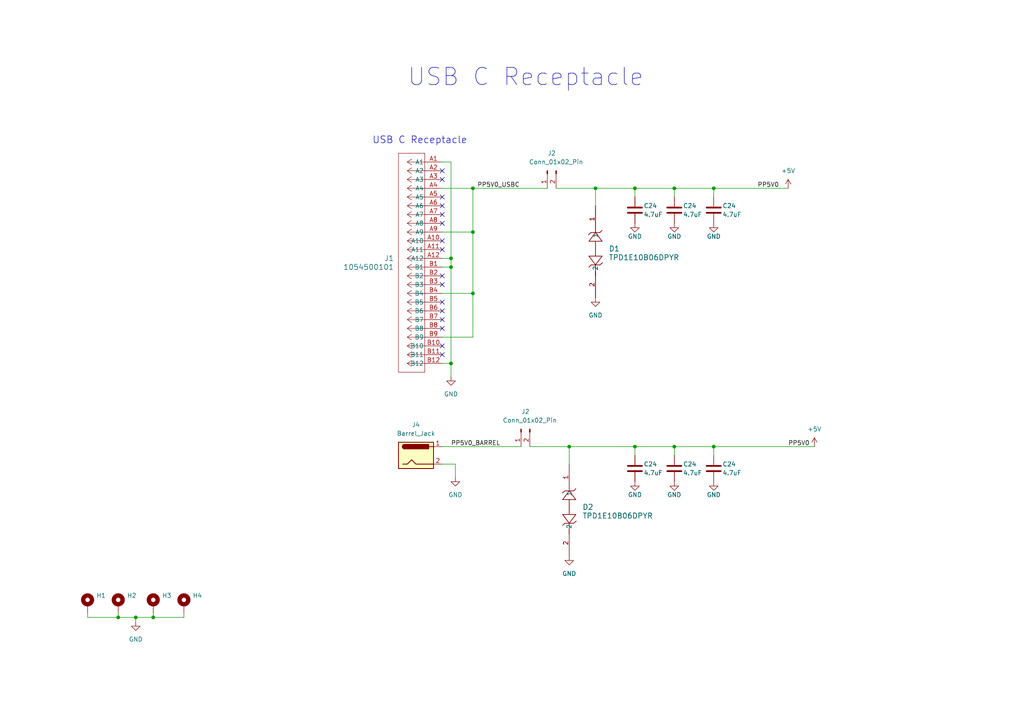
<source format=kicad_sch>
(kicad_sch (version 20230121) (generator eeschema)
  (paper "A4")
  (lib_symbols
    (symbol "1054500101:1054500101" (pin_names (offset 0.254))
      (property "Reference" "J" (at 8.89 6.35 0))
      (property "Value" "1054500101" (at 0 0 0))
      (symbol "1054500101_0_1"
        (polyline (pts (xy 5.08 -60.96) (xy 12.7 -60.96)) (stroke (width 0.127)))
        (polyline (pts (xy 5.08 2.54) (xy 5.08 -60.96)) (stroke (width 0.127)))
        (polyline (pts (xy 10.16 -58.42) (xy 5.08 -58.42)) (stroke (width 0.127)))
        (polyline (pts (xy 10.16 -58.42) (xy 8.89 -59.2667)) (stroke (width 0.127)))
        (polyline (pts (xy 10.16 -58.42) (xy 8.89 -57.5733)) (stroke (width 0.127)))
        (polyline (pts (xy 10.16 -55.88) (xy 5.08 -55.88)) (stroke (width 0.127)))
        (polyline (pts (xy 10.16 -55.88) (xy 8.89 -56.7267)) (stroke (width 0.127)))
        (polyline (pts (xy 10.16 -55.88) (xy 8.89 -55.0333)) (stroke (width 0.127)))
        (polyline (pts (xy 10.16 -53.34) (xy 5.08 -53.34)) (stroke (width 0.127)))
        (polyline (pts (xy 10.16 -53.34) (xy 8.89 -54.1867)) (stroke (width 0.127)))
        (polyline (pts (xy 10.16 -53.34) (xy 8.89 -52.4933)) (stroke (width 0.127)))
        (polyline (pts (xy 10.16 -50.8) (xy 5.08 -50.8)) (stroke (width 0.127)))
        (polyline (pts (xy 10.16 -50.8) (xy 8.89 -51.6467)) (stroke (width 0.127)))
        (polyline (pts (xy 10.16 -50.8) (xy 8.89 -49.9533)) (stroke (width 0.127)))
        (polyline (pts (xy 10.16 -48.26) (xy 5.08 -48.26)) (stroke (width 0.127)))
        (polyline (pts (xy 10.16 -48.26) (xy 8.89 -49.1067)) (stroke (width 0.127)))
        (polyline (pts (xy 10.16 -48.26) (xy 8.89 -47.4133)) (stroke (width 0.127)))
        (polyline (pts (xy 10.16 -45.72) (xy 5.08 -45.72)) (stroke (width 0.127)))
        (polyline (pts (xy 10.16 -45.72) (xy 8.89 -46.5667)) (stroke (width 0.127)))
        (polyline (pts (xy 10.16 -45.72) (xy 8.89 -44.8733)) (stroke (width 0.127)))
        (polyline (pts (xy 10.16 -43.18) (xy 5.08 -43.18)) (stroke (width 0.127)))
        (polyline (pts (xy 10.16 -43.18) (xy 8.89 -44.0267)) (stroke (width 0.127)))
        (polyline (pts (xy 10.16 -43.18) (xy 8.89 -42.3333)) (stroke (width 0.127)))
        (polyline (pts (xy 10.16 -40.64) (xy 5.08 -40.64)) (stroke (width 0.127)))
        (polyline (pts (xy 10.16 -40.64) (xy 8.89 -41.4867)) (stroke (width 0.127)))
        (polyline (pts (xy 10.16 -40.64) (xy 8.89 -39.7933)) (stroke (width 0.127)))
        (polyline (pts (xy 10.16 -38.1) (xy 5.08 -38.1)) (stroke (width 0.127)))
        (polyline (pts (xy 10.16 -38.1) (xy 8.89 -38.9467)) (stroke (width 0.127)))
        (polyline (pts (xy 10.16 -38.1) (xy 8.89 -37.2533)) (stroke (width 0.127)))
        (polyline (pts (xy 10.16 -35.56) (xy 5.08 -35.56)) (stroke (width 0.127)))
        (polyline (pts (xy 10.16 -35.56) (xy 8.89 -36.4067)) (stroke (width 0.127)))
        (polyline (pts (xy 10.16 -35.56) (xy 8.89 -34.7133)) (stroke (width 0.127)))
        (polyline (pts (xy 10.16 -33.02) (xy 5.08 -33.02)) (stroke (width 0.127)))
        (polyline (pts (xy 10.16 -33.02) (xy 8.89 -33.8667)) (stroke (width 0.127)))
        (polyline (pts (xy 10.16 -33.02) (xy 8.89 -32.1733)) (stroke (width 0.127)))
        (polyline (pts (xy 10.16 -30.48) (xy 5.08 -30.48)) (stroke (width 0.127)))
        (polyline (pts (xy 10.16 -30.48) (xy 8.89 -31.3267)) (stroke (width 0.127)))
        (polyline (pts (xy 10.16 -30.48) (xy 8.89 -29.6333)) (stroke (width 0.127)))
        (polyline (pts (xy 10.16 -27.94) (xy 5.08 -27.94)) (stroke (width 0.127)))
        (polyline (pts (xy 10.16 -27.94) (xy 8.89 -28.7867)) (stroke (width 0.127)))
        (polyline (pts (xy 10.16 -27.94) (xy 8.89 -27.0933)) (stroke (width 0.127)))
        (polyline (pts (xy 10.16 -25.4) (xy 5.08 -25.4)) (stroke (width 0.127)))
        (polyline (pts (xy 10.16 -25.4) (xy 8.89 -26.2467)) (stroke (width 0.127)))
        (polyline (pts (xy 10.16 -25.4) (xy 8.89 -24.5533)) (stroke (width 0.127)))
        (polyline (pts (xy 10.16 -22.86) (xy 5.08 -22.86)) (stroke (width 0.127)))
        (polyline (pts (xy 10.16 -22.86) (xy 8.89 -23.7067)) (stroke (width 0.127)))
        (polyline (pts (xy 10.16 -22.86) (xy 8.89 -22.0133)) (stroke (width 0.127)))
        (polyline (pts (xy 10.16 -20.32) (xy 5.08 -20.32)) (stroke (width 0.127)))
        (polyline (pts (xy 10.16 -20.32) (xy 8.89 -21.1667)) (stroke (width 0.127)))
        (polyline (pts (xy 10.16 -20.32) (xy 8.89 -19.4733)) (stroke (width 0.127)))
        (polyline (pts (xy 10.16 -17.78) (xy 5.08 -17.78)) (stroke (width 0.127)))
        (polyline (pts (xy 10.16 -17.78) (xy 8.89 -18.6267)) (stroke (width 0.127)))
        (polyline (pts (xy 10.16 -17.78) (xy 8.89 -16.9333)) (stroke (width 0.127)))
        (polyline (pts (xy 10.16 -15.24) (xy 5.08 -15.24)) (stroke (width 0.127)))
        (polyline (pts (xy 10.16 -15.24) (xy 8.89 -16.0867)) (stroke (width 0.127)))
        (polyline (pts (xy 10.16 -15.24) (xy 8.89 -14.3933)) (stroke (width 0.127)))
        (polyline (pts (xy 10.16 -12.7) (xy 5.08 -12.7)) (stroke (width 0.127)))
        (polyline (pts (xy 10.16 -12.7) (xy 8.89 -13.5467)) (stroke (width 0.127)))
        (polyline (pts (xy 10.16 -12.7) (xy 8.89 -11.8533)) (stroke (width 0.127)))
        (polyline (pts (xy 10.16 -10.16) (xy 5.08 -10.16)) (stroke (width 0.127)))
        (polyline (pts (xy 10.16 -10.16) (xy 8.89 -11.0067)) (stroke (width 0.127)))
        (polyline (pts (xy 10.16 -10.16) (xy 8.89 -9.3133)) (stroke (width 0.127)))
        (polyline (pts (xy 10.16 -7.62) (xy 5.08 -7.62)) (stroke (width 0.127)))
        (polyline (pts (xy 10.16 -7.62) (xy 8.89 -8.4667)) (stroke (width 0.127)))
        (polyline (pts (xy 10.16 -7.62) (xy 8.89 -6.7733)) (stroke (width 0.127)))
        (polyline (pts (xy 10.16 -5.08) (xy 5.08 -5.08)) (stroke (width 0.127)))
        (polyline (pts (xy 10.16 -5.08) (xy 8.89 -5.9267)) (stroke (width 0.127)))
        (polyline (pts (xy 10.16 -5.08) (xy 8.89 -4.2333)) (stroke (width 0.127)))
        (polyline (pts (xy 10.16 -2.54) (xy 5.08 -2.54)) (stroke (width 0.127)))
        (polyline (pts (xy 10.16 -2.54) (xy 8.89 -3.3867)) (stroke (width 0.127)))
        (polyline (pts (xy 10.16 -2.54) (xy 8.89 -1.6933)) (stroke (width 0.127)))
        (polyline (pts (xy 10.16 0) (xy 5.08 0)) (stroke (width 0.127)))
        (polyline (pts (xy 10.16 0) (xy 8.89 -0.8467)) (stroke (width 0.127)))
        (polyline (pts (xy 10.16 0) (xy 8.89 0.8467)) (stroke (width 0.127)))
        (polyline (pts (xy 12.7 -60.96) (xy 12.7 2.54)) (stroke (width 0.127)))
        (polyline (pts (xy 12.7 2.54) (xy 5.08 2.54)) (stroke (width 0.127)))
        (pin unspecified line (at 0 0 0) (length 5.08) (name "A1") (number "A1"))
        (pin unspecified line (at 0 -22.86 0) (length 5.08) (name "A10") (number "A10"))
        (pin unspecified line (at 0 -25.4 0) (length 5.08) (name "A11") (number "A11"))
        (pin unspecified line (at 0 -27.94 0) (length 5.08) (name "A12") (number "A12"))
        (pin unspecified line (at 0 -2.54 0) (length 5.08) (name "A2") (number "A2"))
        (pin unspecified line (at 0 -5.08 0) (length 5.08) (name "A3") (number "A3"))
        (pin unspecified line (at 0 -7.62 0) (length 5.08) (name "A4") (number "A4"))
        (pin unspecified line (at 0 -10.16 0) (length 5.08) (name "A5") (number "A5"))
        (pin unspecified line (at 0 -12.7 0) (length 5.08) (name "A6") (number "A6"))
        (pin unspecified line (at 0 -15.24 0) (length 5.08) (name "A7") (number "A7"))
        (pin unspecified line (at 0 -17.78 0) (length 5.08) (name "A8") (number "A8"))
        (pin unspecified line (at 0 -20.32 0) (length 5.08) (name "A9") (number "A9"))
        (pin unspecified line (at 0 -30.48 0) (length 5.08) (name "B1") (number "B1"))
        (pin unspecified line (at 0 -53.34 0) (length 5.08) (name "B10") (number "B10"))
        (pin unspecified line (at 0 -55.88 0) (length 5.08) (name "B11") (number "B11"))
        (pin unspecified line (at 0 -58.42 0) (length 5.08) (name "B12") (number "B12"))
        (pin unspecified line (at 0 -33.02 0) (length 5.08) (name "B2") (number "B2"))
        (pin unspecified line (at 0 -35.56 0) (length 5.08) (name "B3") (number "B3"))
        (pin unspecified line (at 0 -38.1 0) (length 5.08) (name "B4") (number "B4"))
        (pin unspecified line (at 0 -40.64 0) (length 5.08) (name "B5") (number "B5"))
        (pin unspecified line (at 0 -43.18 0) (length 5.08) (name "B6") (number "B6"))
        (pin unspecified line (at 0 -45.72 0) (length 5.08) (name "B7") (number "B7"))
        (pin unspecified line (at 0 -48.26 0) (length 5.08) (name "B8") (number "B8"))
        (pin unspecified line (at 0 -50.8 0) (length 5.08) (name "B9") (number "B9"))
      )
    )
    (symbol "Connector:Barrel_Jack" (pin_names (offset 1.016))
      (property "Reference" "J" (at 0 5.334 0))
      (property "Value" "Barrel_Jack" (at 0 -5.08 0))
      (symbol "Barrel_Jack_0_1"
        (rectangle (start -5.08 3.81) (end 5.08 -3.81) (stroke (width 0.254)) (fill (type background)))
        (arc (start -3.302 3.175) (mid -3.9343 2.54) (end -3.302 1.905) (stroke (width 0.254)))
        (arc (start -3.302 3.175) (mid -3.9343 2.54) (end -3.302 1.905) (stroke (width 0.254)) (fill (type outline)))
        (polyline (pts (xy 5.08 2.54) (xy 3.81 2.54)) (stroke (width 0.254)))
        (polyline (pts (xy -3.81 -2.54) (xy -2.54 -2.54) (xy -1.27 -1.27) (xy 0 -2.54) (xy 2.54 -2.54) (xy 5.08 -2.54)) (stroke (width 0.254)))
        (rectangle (start 3.683 3.175) (end -3.302 1.905) (stroke (width 0.254)) (fill (type outline)))
      )
      (symbol "Barrel_Jack_1_1"
        (pin passive line (at 7.62 2.54 180) (length 2.54) (name "~") (number "1"))
        (pin passive line (at 7.62 -2.54 180) (length 2.54) (name "~") (number "2"))
      )
    )
    (symbol "Connector:Conn_01x02_Pin" (pin_names (offset 1.016) hide)
      (property "Reference" "J" (at 0 2.54 0))
      (property "Value" "Conn_01x02_Pin" (at 0 -5.08 0))
      (symbol "Conn_01x02_Pin_1_1"
        (polyline (pts (xy 1.27 -2.54) (xy 0.8636 -2.54)) (stroke (width 0.1524)))
        (polyline (pts (xy 1.27 0) (xy 0.8636 0)) (stroke (width 0.1524)))
        (rectangle (start 0.8636 -2.413) (end 0 -2.667) (stroke (width 0.1524)) (fill (type outline)))
        (rectangle (start 0.8636 0.127) (end 0 -0.127) (stroke (width 0.1524)) (fill (type outline)))
        (pin passive line (at 5.08 0 180) (length 3.81) (name "Pin_1") (number "1"))
        (pin passive line (at 5.08 -2.54 180) (length 3.81) (name "Pin_2") (number "2"))
      )
    )
    (symbol "Device:C" (pin_numbers hide) (pin_names (offset 0.254))
      (property "Reference" "C" (at 0.635 2.54 0))
      (property "Value" "C" (at 0.635 -2.54 0))
      (symbol "C_0_1"
        (polyline (pts (xy -2.032 -0.762) (xy 2.032 -0.762)) (stroke (width 0.508)))
        (polyline (pts (xy -2.032 0.762) (xy 2.032 0.762)) (stroke (width 0.508)))
      )
      (symbol "C_1_1"
        (pin passive line (at 0 3.81 270) (length 2.794) (name "~") (number "1"))
        (pin passive line (at 0 -3.81 90) (length 2.794) (name "~") (number "2"))
      )
    )
    (symbol "Mechanical:MountingHole_Pad" (pin_numbers hide) (pin_names (offset 1.016) hide)
      (property "Reference" "H" (at 0 6.35 0))
      (property "Value" "MountingHole_Pad" (at 0 4.445 0))
      (symbol "MountingHole_Pad_0_1"
        (circle (center 0 1.27) (radius 1.27) (stroke (width 1.27)))
      )
      (symbol "MountingHole_Pad_1_1"
        (pin input line (at 0 -2.54 90) (length 2.54) (name "1") (number "1"))
      )
    )
    (symbol "TPD1E10B06DPYR:TPD1E10B06DPYR" (pin_names (offset 0.254))
      (property "Value" "TPD1E10B06DPYR" (at 15.24 6.35 0))
      (symbol "TPD1E10B06DPYR_0_1"
        (polyline (pts (xy 9.652 1.905) (xy 10.287 1.27)) (stroke (width 0.2032)))
        (polyline (pts (xy 10.287 0) (xy 12.827 -1.905)) (stroke (width 0.2032)))
        (polyline (pts (xy 10.287 1.27) (xy 10.287 -1.27)) (stroke (width 0.2032)))
        (polyline (pts (xy 10.922 -2.032) (xy 10.287 -1.27)) (stroke (width 0.2032)))
        (polyline (pts (xy 12.827 -1.905) (xy 12.827 1.905)) (stroke (width 0.2032)))
        (polyline (pts (xy 12.827 1.905) (xy 10.287 0)) (stroke (width 0.2032)))
        (polyline (pts (xy 17.018 0) (xy 12.827 0)) (stroke (width 0.2032)))
        (polyline (pts (xy 17.145 -1.905) (xy 19.685 0)) (stroke (width 0.2032)))
        (polyline (pts (xy 17.145 1.905) (xy 17.145 -1.905)) (stroke (width 0.2032)))
        (polyline (pts (xy 19.05 2.032) (xy 19.685 1.27)) (stroke (width 0.2032)))
        (polyline (pts (xy 19.685 -1.27) (xy 19.685 1.27)) (stroke (width 0.2032)))
        (polyline (pts (xy 19.685 0) (xy 17.145 1.905)) (stroke (width 0.2032)))
        (polyline (pts (xy 19.685 0) (xy 22.86 0)) (stroke (width 0.2032)))
        (polyline (pts (xy 20.32 -1.905) (xy 19.685 -1.27)) (stroke (width 0.2032)))
        (pin unspecified line (at 2.54 0 0) (length 7.62) (name "1") (number "1"))
        (pin unspecified line (at 29.21 0 180) (length 7.62) (name "2") (number "2"))
      )
    )
    (symbol "power:+5V" (power) (pin_names (offset 0))
      (property "Value" "+5V" (at 0 3.556 0))
      (symbol "+5V_0_1"
        (polyline (pts (xy -0.762 1.27) (xy 0 2.54)))
        (polyline (pts (xy 0 0) (xy 0 2.54)))
        (polyline (pts (xy 0 2.54) (xy 0.762 1.27)))
      )
      (symbol "+5V_1_1"
        (pin power_in line (at 0 0 90) (length 0) hide (name "+5V") (number "1"))
      )
    )
    (symbol "power:GND" (power) (pin_names (offset 0))
      (property "Value" "GND" (at 0 -3.81 0))
      (symbol "GND_0_1"
        (polyline (pts (xy 0 0) (xy 0 -1.27) (xy 1.27 -1.27) (xy 0 -2.54) (xy -1.27 -1.27) (xy 0 -1.27)))
      )
      (symbol "GND_1_1"
        (pin power_in line (at 0 0 270) (length 0) hide (name "GND") (number "1"))
      )
    )
  )
  (junction (at 195.58 129.54))
  (junction (at 172.72 54.61))
  (junction (at 137.16 67.31))
  (junction (at 207.01 54.61))
  (junction (at 207.01 129.54))
  (junction (at 184.15 129.54))
  (junction (at 39.37 179.07))
  (junction (at 195.58 54.61))
  (junction (at 44.45 179.07))
  (junction (at 130.81 74.93))
  (junction (at 165.1 129.54))
  (junction (at 34.29 179.07))
  (junction (at 130.81 77.47))
  (junction (at 184.15 54.61))
  (junction (at 130.81 105.41))
  (junction (at 137.16 54.61))
  (junction (at 137.16 85.09))
  (no_connect (at 128.27 52.07))
  (no_connect (at 128.27 49.53))
  (no_connect (at 128.27 57.15))
  (no_connect (at 128.27 102.87))
  (no_connect (at 128.27 59.69))
  (no_connect (at 128.27 92.71))
  (no_connect (at 128.27 82.55))
  (no_connect (at 128.27 69.85))
  (no_connect (at 128.27 100.33))
  (no_connect (at 128.27 80.01))
  (no_connect (at 128.27 62.23))
  (no_connect (at 128.27 90.17))
  (no_connect (at 128.27 64.77))
  (no_connect (at 128.27 87.63))
  (no_connect (at 128.27 95.25))
  (no_connect (at 128.27 72.39))
  (wire (pts (xy 161.29 54.61) (xy 172.72 54.61)))
  (wire (pts (xy 130.81 74.93) (xy 130.81 46.99)))
  (wire (pts (xy 137.16 67.31) (xy 128.27 67.31)))
  (wire (pts (xy 130.81 105.41) (xy 128.27 105.41)))
  (wire (pts (xy 172.72 54.61) (xy 172.72 59.69)))
  (wire (pts (xy 53.34 177.8) (xy 53.34 179.07)))
  (wire (pts (xy 132.08 138.43) (xy 132.08 134.62)))
  (wire (pts (xy 130.81 77.47) (xy 130.81 74.93)))
  (wire (pts (xy 153.67 129.54) (xy 165.1 129.54)))
  (wire (pts (xy 207.01 129.54) (xy 207.01 132.08)))
  (wire (pts (xy 137.16 54.61) (xy 137.16 67.31)))
  (wire (pts (xy 195.58 129.54) (xy 207.01 129.54)))
  (wire (pts (xy 44.45 177.8) (xy 44.45 179.07)))
  (wire (pts (xy 184.15 129.54) (xy 184.15 132.08)))
  (wire (pts (xy 165.1 129.54) (xy 165.1 134.62)))
  (wire (pts (xy 184.15 129.54) (xy 195.58 129.54)))
  (wire (pts (xy 39.37 179.07) (xy 39.37 180.34)))
  (wire (pts (xy 39.37 179.07) (xy 44.45 179.07)))
  (wire (pts (xy 34.29 177.8) (xy 34.29 179.07)))
  (wire (pts (xy 130.81 46.99) (xy 128.27 46.99)))
  (wire (pts (xy 195.58 54.61) (xy 195.58 57.15)))
  (wire (pts (xy 195.58 129.54) (xy 195.58 132.08)))
  (wire (pts (xy 207.01 54.61) (xy 228.6 54.61)))
  (wire (pts (xy 165.1 129.54) (xy 184.15 129.54)))
  (wire (pts (xy 172.72 54.61) (xy 184.15 54.61)))
  (wire (pts (xy 128.27 54.61) (xy 137.16 54.61)))
  (wire (pts (xy 137.16 85.09) (xy 137.16 97.79)))
  (wire (pts (xy 137.16 54.61) (xy 158.75 54.61)))
  (wire (pts (xy 137.16 67.31) (xy 137.16 85.09)))
  (wire (pts (xy 207.01 129.54) (xy 236.22 129.54)))
  (wire (pts (xy 137.16 85.09) (xy 128.27 85.09)))
  (wire (pts (xy 34.29 179.07) (xy 25.4 179.07)))
  (wire (pts (xy 207.01 54.61) (xy 207.01 57.15)))
  (wire (pts (xy 25.4 179.07) (xy 25.4 177.8)))
  (wire (pts (xy 184.15 54.61) (xy 184.15 57.15)))
  (wire (pts (xy 184.15 54.61) (xy 195.58 54.61)))
  (wire (pts (xy 39.37 179.07) (xy 34.29 179.07)))
  (wire (pts (xy 53.34 179.07) (xy 44.45 179.07)))
  (wire (pts (xy 130.81 74.93) (xy 128.27 74.93)))
  (wire (pts (xy 130.81 77.47) (xy 128.27 77.47)))
  (wire (pts (xy 130.81 109.22) (xy 130.81 105.41)))
  (wire (pts (xy 130.81 105.41) (xy 130.81 77.47)))
  (wire (pts (xy 128.27 134.62) (xy 132.08 134.62)))
  (wire (pts (xy 137.16 97.79) (xy 128.27 97.79)))
  (wire (pts (xy 128.27 129.54) (xy 151.13 129.54)))
  (wire (pts (xy 195.58 54.61) (xy 207.01 54.61)))
  (text "USB C Receptacle" (at 107.95 41.91 0) (effects (font (size 2 2)) (justify left bottom)))
  (text "USB C Receptacle" (at 118.11 25.4 0) (effects (font (size 5 5)) (justify left bottom)))
  (label "PP5V0" (at 228.6 129.54 0))
  (label "PP5V0_BARREL" (at 130.81 129.54 0))
  (label "PP5V0" (at 219.71 54.61 0))
  (label "PP5V0_USBC" (at 138.43 54.61 0))
  (symbol (lib_id "power:+5V") (at 228.6 54.61 0) (unit 1)
    (property "Reference" "#PWR021" (effects hide))
    (property "Value" "+5V" (at 228.6 49.53 0))
    (instances (project "fydp" (path "" (reference "#PWR021") (unit 1)) (path "" (reference "#PWR01") (unit 1))))
  )
  (symbol (lib_id "Mechanical:MountingHole_Pad") (at 34.29 175.26 0) (unit 1)
    (property "Reference" "H2" (at 36.83 172.72 0) (effects (justify left)))
    (property "Value" "MountingHole_Pad" (effects hide))
    (property "Footprint" "MountingHole:MountingHole_2.2mm_M2_Pad_TopBottom" (effects hide))
  )
  (symbol (lib_id "Device:C") (at 195.58 135.89 0) (unit 1)
    (property "Reference" "C24" (at 198.12 134.62 0) (effects (justify left)))
    (property "Value" "4.7uF" (at 198.12 137.16 0) (effects (justify left)))
    (property "Footprint" "Capacitor_SMD:C_0805_2012Metric" (effects hide))
    (instances (project "fydp" (path "" (reference "C24") (unit 1)) (path "" (reference "C72") (unit 1)) (path "" (reference "C144") (unit 1)) (path "" (reference "C168") (unit 1)) (path "" (reference "C24") (unit 1)) (path "" (reference "C5") (unit 1))))
  )
  (symbol (lib_id "power:GND") (at 165.1 161.29 0) (unit 1)
    (property "Reference" "#PWR012" (effects hide))
    (property "Value" "GND" (at 165.1 166.37 0))
  )
  (symbol (lib_id "power:GND") (at 172.72 86.36 0) (unit 1)
    (property "Reference" "#PWR05" (effects hide))
    (property "Value" "GND" (at 172.72 91.44 0))
  )
  (symbol (lib_id "power:GND") (at 184.15 139.7 0) (unit 1)
    (property "Reference" "#PWR036" (effects hide))
    (property "Value" "GND" (at 184.15 143.51 0))
    (instances (project "fydp" (path "" (reference "#PWR036") (unit 1)) (path "" (reference "#PWR0108") (unit 1)) (path "" (reference "#PWR0216") (unit 1)) (path "" (reference "#PWR0252") (unit 1)) (path "" (reference "#PWR036") (unit 1)) (path "" (reference "#PWR09") (unit 1))))
  )
  (symbol (lib_id "Device:C") (at 207.01 135.89 0) (unit 1)
    (property "Reference" "C24" (at 209.55 134.62 0) (effects (justify left)))
    (property "Value" "4.7uF" (at 209.55 137.16 0) (effects (justify left)))
    (property "Footprint" "Capacitor_SMD:C_0805_2012Metric" (effects hide))
    (instances (project "fydp" (path "" (reference "C24") (unit 1)) (path "" (reference "C72") (unit 1)) (path "" (reference "C144") (unit 1)) (path "" (reference "C168") (unit 1)) (path "" (reference "C24") (unit 1)) (path "" (reference "C6") (unit 1))))
  )
  (symbol (lib_id "Device:C") (at 195.58 60.96 0) (unit 1)
    (property "Reference" "C24" (at 198.12 59.69 0) (effects (justify left)))
    (property "Value" "4.7uF" (at 198.12 62.23 0) (effects (justify left)))
    (property "Footprint" "Capacitor_SMD:C_0805_2012Metric" (effects hide))
    (instances (project "fydp" (path "" (reference "C24") (unit 1)) (path "" (reference "C72") (unit 1)) (path "" (reference "C144") (unit 1)) (path "" (reference "C168") (unit 1)) (path "" (reference "C24") (unit 1)) (path "" (reference "C2") (unit 1))))
  )
  (symbol (lib_id "power:GND") (at 39.37 180.34 0) (unit 1)
    (property "Reference" "#PWR0201" (effects hide))
    (property "Value" "GND" (at 39.37 185.42 0))
  )
  (symbol (lib_id "power:GND") (at 184.15 64.77 0) (unit 1)
    (property "Reference" "#PWR036" (effects hide))
    (property "Value" "GND" (at 184.15 68.58 0))
    (instances (project "fydp" (path "" (reference "#PWR036") (unit 1)) (path "" (reference "#PWR0108") (unit 1)) (path "" (reference "#PWR0216") (unit 1)) (path "" (reference "#PWR0252") (unit 1)) (path "" (reference "#PWR036") (unit 1)) (path "" (reference "#PWR02") (unit 1))))
  )
  (symbol (lib_id "Connector:Conn_01x02_Pin") (at 158.75 49.53 90) (mirror x) (unit 1)
    (property "Reference" "J2" (at 160.02 44.45 90))
    (property "Value" "Conn_01x02_Pin" (at 161.29 46.99 90))
    (property "Footprint" "Connector_PinHeader_2.54mm:PinHeader_1x02_P2.54mm_Vertical" (effects hide))
    (instances (project "fydp" (path "" (reference "J2") (unit 1)) (path "" (reference "J5") (unit 1)) (path "" (reference "J2") (unit 1))))
  )
  (symbol (lib_id "Device:C") (at 184.15 135.89 0) (unit 1)
    (property "Reference" "C24" (at 186.69 134.62 0) (effects (justify left)))
    (property "Value" "4.7uF" (at 186.69 137.16 0) (effects (justify left)))
    (property "Footprint" "Capacitor_SMD:C_0805_2012Metric" (effects hide))
    (instances (project "fydp" (path "" (reference "C24") (unit 1)) (path "" (reference "C72") (unit 1)) (path "" (reference "C144") (unit 1)) (path "" (reference "C168") (unit 1)) (path "" (reference "C24") (unit 1)) (path "" (reference "C4") (unit 1))))
  )
  (symbol (lib_id "power:GND") (at 130.81 109.22 0) (unit 1)
    (property "Reference" "#PWR06" (effects hide))
    (property "Value" "GND" (at 130.81 114.3 0))
  )
  (symbol (lib_id "Connector:Conn_01x02_Pin") (at 151.13 124.46 90) (mirror x) (unit 1)
    (property "Reference" "J2" (at 152.4 119.38 90))
    (property "Value" "Conn_01x02_Pin" (at 153.67 121.92 90))
    (property "Footprint" "Connector_PinHeader_2.54mm:PinHeader_1x02_P2.54mm_Vertical" (effects hide))
    (instances (project "fydp" (path "" (reference "J2") (unit 1)) (path "" (reference "J5") (unit 1)) (path "" (reference "J3") (unit 1))))
  )
  (symbol (lib_id "power:+5V") (at 236.22 129.54 0) (unit 1)
    (property "Reference" "#PWR021" (effects hide))
    (property "Value" "+5V" (at 236.22 124.46 0))
    (instances (project "fydp" (path "" (reference "#PWR021") (unit 1)) (path "" (reference "#PWR07") (unit 1))))
  )
  (symbol (lib_id "power:GND") (at 132.08 138.43 0) (unit 1)
    (property "Reference" "#PWR08" (effects hide))
    (property "Value" "GND" (at 132.08 143.51 0))
  )
  (symbol (lib_id "TPD1E10B06DPYR:TPD1E10B06DPYR") (at 165.1 132.08 270) (unit 1)
    (property "Reference" "D2" (at 168.91 147.066 90) (effects (font (size 1.524 1.524)) (justify left)))
    (property "Value" "TPD1E10B06DPYR" (at 168.91 149.606 90) (effects (font (size 1.524 1.524)) (justify left)))
    (property "Footprint" "Resistor_SMD:R_0402_1005Metric" (effects hide))
    (property "Datasheet" "TPD1E10B06DPYR" (effects hide))
  )
  (symbol (lib_id "power:GND") (at 195.58 64.77 0) (unit 1)
    (property "Reference" "#PWR036" (effects hide))
    (property "Value" "GND" (at 195.58 68.58 0))
    (instances (project "fydp" (path "" (reference "#PWR036") (unit 1)) (path "" (reference "#PWR0108") (unit 1)) (path "" (reference "#PWR0216") (unit 1)) (path "" (reference "#PWR0252") (unit 1)) (path "" (reference "#PWR036") (unit 1)) (path "" (reference "#PWR03") (unit 1))))
  )
  (symbol (lib_id "power:GND") (at 195.58 139.7 0) (unit 1)
    (property "Reference" "#PWR036" (effects hide))
    (property "Value" "GND" (at 195.58 143.51 0))
    (instances (project "fydp" (path "" (reference "#PWR036") (unit 1)) (path "" (reference "#PWR0108") (unit 1)) (path "" (reference "#PWR0216") (unit 1)) (path "" (reference "#PWR0252") (unit 1)) (path "" (reference "#PWR036") (unit 1)) (path "" (reference "#PWR010") (unit 1))))
  )
  (symbol (lib_id "Connector:Barrel_Jack") (at 120.65 132.08 0) (unit 1)
    (property "Reference" "J4" (at 120.65 123.19 0))
    (property "Value" "Barrel_Jack" (at 120.65 125.73 0))
  )
  (symbol (lib_id "Device:C") (at 207.01 60.96 0) (unit 1)
    (property "Reference" "C24" (at 209.55 59.69 0) (effects (justify left)))
    (property "Value" "4.7uF" (at 209.55 62.23 0) (effects (justify left)))
    (property "Footprint" "Capacitor_SMD:C_0805_2012Metric" (effects hide))
    (instances (project "fydp" (path "" (reference "C24") (unit 1)) (path "" (reference "C72") (unit 1)) (path "" (reference "C144") (unit 1)) (path "" (reference "C168") (unit 1)) (path "" (reference "C24") (unit 1)) (path "" (reference "C3") (unit 1))))
  )
  (symbol (lib_id "power:GND") (at 207.01 139.7 0) (unit 1)
    (property "Reference" "#PWR036" (effects hide))
    (property "Value" "GND" (at 207.01 143.51 0))
    (instances (project "fydp" (path "" (reference "#PWR036") (unit 1)) (path "" (reference "#PWR0108") (unit 1)) (path "" (reference "#PWR0216") (unit 1)) (path "" (reference "#PWR0252") (unit 1)) (path "" (reference "#PWR036") (unit 1)) (path "" (reference "#PWR011") (unit 1))))
  )
  (symbol (lib_id "Mechanical:MountingHole_Pad") (at 25.4 175.26 0) (unit 1)
    (property "Reference" "H1" (at 27.94 172.72 0) (effects (justify left)))
    (property "Value" "MountingHole_Pad" (effects hide))
    (property "Footprint" "MountingHole:MountingHole_2.2mm_M2_Pad_TopBottom" (effects hide))
  )
  (symbol (lib_id "Device:C") (at 184.15 60.96 0) (unit 1)
    (property "Reference" "C24" (at 186.69 59.69 0) (effects (justify left)))
    (property "Value" "4.7uF" (at 186.69 62.23 0) (effects (justify left)))
    (property "Footprint" "Capacitor_SMD:C_0805_2012Metric" (effects hide))
    (instances (project "fydp" (path "" (reference "C24") (unit 1)) (path "" (reference "C72") (unit 1)) (path "" (reference "C144") (unit 1)) (path "" (reference "C168") (unit 1)) (path "" (reference "C24") (unit 1)) (path "" (reference "C1") (unit 1))))
  )
  (symbol (lib_id "1054500101:1054500101") (at 128.27 46.99 0) (mirror y) (unit 1)
    (property "Reference" "J1" (at 114.3 74.93 0) (effects (font (size 1.524 1.524)) (justify left)))
    (property "Value" "1054500101" (at 114.3 77.47 0) (effects (font (size 1.524 1.524)) (justify left)))
    (property "Footprint" "fydp:CONN_105450-0101_MOL" (effects hide))
    (property "Datasheet" "1054500101" (effects hide))
  )
  (symbol (lib_id "power:GND") (at 207.01 64.77 0) (unit 1)
    (property "Reference" "#PWR036" (effects hide))
    (property "Value" "GND" (at 207.01 68.58 0))
    (instances (project "fydp" (path "" (reference "#PWR036") (unit 1)) (path "" (reference "#PWR0108") (unit 1)) (path "" (reference "#PWR0216") (unit 1)) (path "" (reference "#PWR0252") (unit 1)) (path "" (reference "#PWR036") (unit 1)) (path "" (reference "#PWR04") (unit 1))))
  )
  (symbol (lib_id "Mechanical:MountingHole_Pad") (at 53.34 175.26 0) (unit 1)
    (property "Reference" "H4" (at 55.88 172.72 0) (effects (justify left)))
    (property "Value" "MountingHole_Pad" (effects hide))
    (property "Footprint" "MountingHole:MountingHole_2.2mm_M2_Pad_TopBottom" (effects hide))
  )
  (symbol (lib_id "TPD1E10B06DPYR:TPD1E10B06DPYR") (at 172.72 57.15 270) (unit 1)
    (property "Reference" "D1" (at 176.53 72.136 90) (effects (font (size 1.524 1.524)) (justify left)))
    (property "Value" "TPD1E10B06DPYR" (at 176.53 74.676 90) (effects (font (size 1.524 1.524)) (justify left)))
    (property "Footprint" "Resistor_SMD:R_0402_1005Metric" (effects hide))
    (property "Datasheet" "TPD1E10B06DPYR" (effects hide))
  )
  (symbol (lib_id "Mechanical:MountingHole_Pad") (at 44.45 175.26 0) (unit 1)
    (property "Reference" "H3" (at 46.99 172.72 0) (effects (justify left)))
    (property "Value" "MountingHole_Pad" (effects hide))
    (property "Footprint" "MountingHole:MountingHole_2.2mm_M2_Pad_TopBottom" (effects hide))
  )
)
</source>
